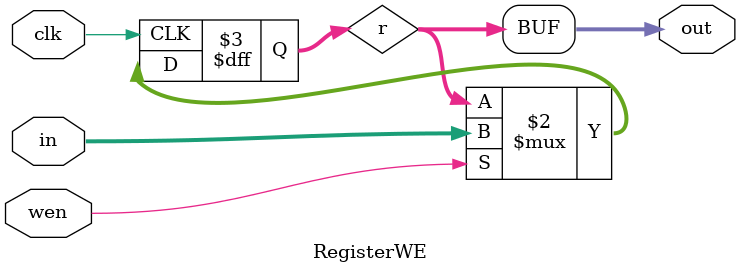
<source format=sv>
module RegisterWE #(parameter int width = 32) (input clk, input wen, input [width-1:0] in, output [width-1:0] out);

   logic [width-1:0] r;

   always_ff @(posedge clk) begin
      r[width-1:0] <=  wen ? in[width-1:0] : r[width-1:0];
   end

   assign out[width-1:0] = r;
endmodule

</source>
